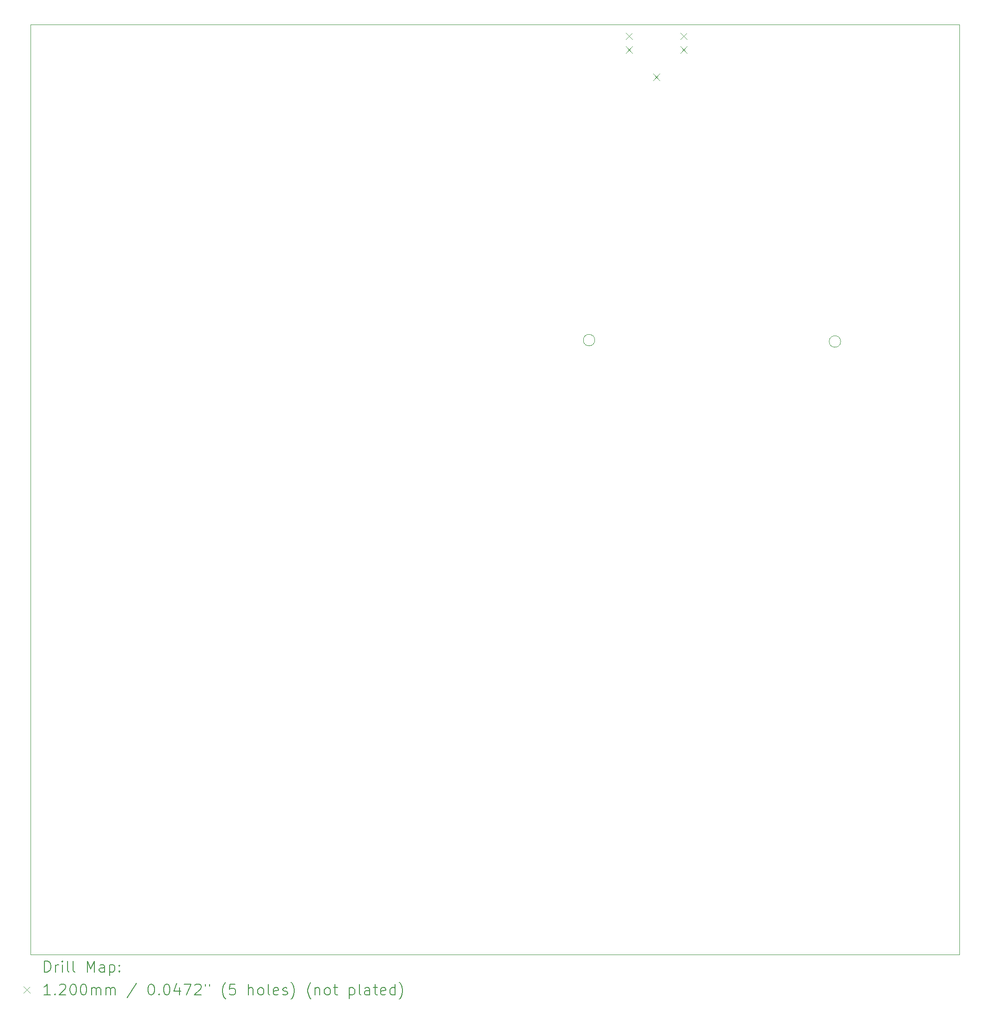
<source format=gbr>
%TF.GenerationSoftware,KiCad,Pcbnew,9.0.6*%
%TF.CreationDate,2026-01-15T01:14:31+00:00*%
%TF.ProjectId,EinsteinCE,45696e73-7465-4696-9e43-452e6b696361,rev?*%
%TF.SameCoordinates,Original*%
%TF.FileFunction,Drillmap*%
%TF.FilePolarity,Positive*%
%FSLAX45Y45*%
G04 Gerber Fmt 4.5, Leading zero omitted, Abs format (unit mm)*
G04 Created by KiCad (PCBNEW 9.0.6) date 2026-01-15 01:14:31*
%MOMM*%
%LPD*%
G01*
G04 APERTURE LIST*
%ADD10C,0.100000*%
%ADD11C,0.200000*%
%ADD12C,0.120000*%
G04 APERTURE END LIST*
D10*
X4776000Y-4418000D02*
X21776000Y-4418000D01*
X21776000Y-21428000D01*
X4776000Y-21428000D01*
X4776000Y-4418000D01*
X15103000Y-10189000D02*
G75*
G02*
X14893000Y-10189000I-105000J0D01*
G01*
X14893000Y-10189000D02*
G75*
G02*
X15103000Y-10189000I105000J0D01*
G01*
X19603000Y-10214000D02*
G75*
G02*
X19393000Y-10214000I-105000J0D01*
G01*
X19393000Y-10214000D02*
G75*
G02*
X19603000Y-10214000I105000J0D01*
G01*
D11*
D12*
X15669000Y-4568000D02*
X15789000Y-4688000D01*
X15789000Y-4568000D02*
X15669000Y-4688000D01*
X15669000Y-4818000D02*
X15789000Y-4938000D01*
X15789000Y-4818000D02*
X15669000Y-4938000D01*
X16169000Y-5318000D02*
X16289000Y-5438000D01*
X16289000Y-5318000D02*
X16169000Y-5438000D01*
X16669000Y-4568000D02*
X16789000Y-4688000D01*
X16789000Y-4568000D02*
X16669000Y-4688000D01*
X16669000Y-4818000D02*
X16789000Y-4938000D01*
X16789000Y-4818000D02*
X16669000Y-4938000D01*
D11*
X5031777Y-21744484D02*
X5031777Y-21544484D01*
X5031777Y-21544484D02*
X5079396Y-21544484D01*
X5079396Y-21544484D02*
X5107967Y-21554008D01*
X5107967Y-21554008D02*
X5127015Y-21573055D01*
X5127015Y-21573055D02*
X5136539Y-21592103D01*
X5136539Y-21592103D02*
X5146063Y-21630198D01*
X5146063Y-21630198D02*
X5146063Y-21658770D01*
X5146063Y-21658770D02*
X5136539Y-21696865D01*
X5136539Y-21696865D02*
X5127015Y-21715912D01*
X5127015Y-21715912D02*
X5107967Y-21734960D01*
X5107967Y-21734960D02*
X5079396Y-21744484D01*
X5079396Y-21744484D02*
X5031777Y-21744484D01*
X5231777Y-21744484D02*
X5231777Y-21611150D01*
X5231777Y-21649246D02*
X5241301Y-21630198D01*
X5241301Y-21630198D02*
X5250824Y-21620674D01*
X5250824Y-21620674D02*
X5269872Y-21611150D01*
X5269872Y-21611150D02*
X5288920Y-21611150D01*
X5355586Y-21744484D02*
X5355586Y-21611150D01*
X5355586Y-21544484D02*
X5346063Y-21554008D01*
X5346063Y-21554008D02*
X5355586Y-21563531D01*
X5355586Y-21563531D02*
X5365110Y-21554008D01*
X5365110Y-21554008D02*
X5355586Y-21544484D01*
X5355586Y-21544484D02*
X5355586Y-21563531D01*
X5479396Y-21744484D02*
X5460348Y-21734960D01*
X5460348Y-21734960D02*
X5450824Y-21715912D01*
X5450824Y-21715912D02*
X5450824Y-21544484D01*
X5584158Y-21744484D02*
X5565110Y-21734960D01*
X5565110Y-21734960D02*
X5555586Y-21715912D01*
X5555586Y-21715912D02*
X5555586Y-21544484D01*
X5812729Y-21744484D02*
X5812729Y-21544484D01*
X5812729Y-21544484D02*
X5879396Y-21687341D01*
X5879396Y-21687341D02*
X5946062Y-21544484D01*
X5946062Y-21544484D02*
X5946062Y-21744484D01*
X6127015Y-21744484D02*
X6127015Y-21639722D01*
X6127015Y-21639722D02*
X6117491Y-21620674D01*
X6117491Y-21620674D02*
X6098443Y-21611150D01*
X6098443Y-21611150D02*
X6060348Y-21611150D01*
X6060348Y-21611150D02*
X6041301Y-21620674D01*
X6127015Y-21734960D02*
X6107967Y-21744484D01*
X6107967Y-21744484D02*
X6060348Y-21744484D01*
X6060348Y-21744484D02*
X6041301Y-21734960D01*
X6041301Y-21734960D02*
X6031777Y-21715912D01*
X6031777Y-21715912D02*
X6031777Y-21696865D01*
X6031777Y-21696865D02*
X6041301Y-21677817D01*
X6041301Y-21677817D02*
X6060348Y-21668293D01*
X6060348Y-21668293D02*
X6107967Y-21668293D01*
X6107967Y-21668293D02*
X6127015Y-21658770D01*
X6222253Y-21611150D02*
X6222253Y-21811150D01*
X6222253Y-21620674D02*
X6241301Y-21611150D01*
X6241301Y-21611150D02*
X6279396Y-21611150D01*
X6279396Y-21611150D02*
X6298443Y-21620674D01*
X6298443Y-21620674D02*
X6307967Y-21630198D01*
X6307967Y-21630198D02*
X6317491Y-21649246D01*
X6317491Y-21649246D02*
X6317491Y-21706389D01*
X6317491Y-21706389D02*
X6307967Y-21725436D01*
X6307967Y-21725436D02*
X6298443Y-21734960D01*
X6298443Y-21734960D02*
X6279396Y-21744484D01*
X6279396Y-21744484D02*
X6241301Y-21744484D01*
X6241301Y-21744484D02*
X6222253Y-21734960D01*
X6403205Y-21725436D02*
X6412729Y-21734960D01*
X6412729Y-21734960D02*
X6403205Y-21744484D01*
X6403205Y-21744484D02*
X6393682Y-21734960D01*
X6393682Y-21734960D02*
X6403205Y-21725436D01*
X6403205Y-21725436D02*
X6403205Y-21744484D01*
X6403205Y-21620674D02*
X6412729Y-21630198D01*
X6412729Y-21630198D02*
X6403205Y-21639722D01*
X6403205Y-21639722D02*
X6393682Y-21630198D01*
X6393682Y-21630198D02*
X6403205Y-21620674D01*
X6403205Y-21620674D02*
X6403205Y-21639722D01*
D12*
X4651000Y-22013000D02*
X4771000Y-22133000D01*
X4771000Y-22013000D02*
X4651000Y-22133000D01*
D11*
X5136539Y-22164484D02*
X5022253Y-22164484D01*
X5079396Y-22164484D02*
X5079396Y-21964484D01*
X5079396Y-21964484D02*
X5060348Y-21993055D01*
X5060348Y-21993055D02*
X5041301Y-22012103D01*
X5041301Y-22012103D02*
X5022253Y-22021627D01*
X5222253Y-22145436D02*
X5231777Y-22154960D01*
X5231777Y-22154960D02*
X5222253Y-22164484D01*
X5222253Y-22164484D02*
X5212729Y-22154960D01*
X5212729Y-22154960D02*
X5222253Y-22145436D01*
X5222253Y-22145436D02*
X5222253Y-22164484D01*
X5307967Y-21983531D02*
X5317491Y-21974008D01*
X5317491Y-21974008D02*
X5336539Y-21964484D01*
X5336539Y-21964484D02*
X5384158Y-21964484D01*
X5384158Y-21964484D02*
X5403205Y-21974008D01*
X5403205Y-21974008D02*
X5412729Y-21983531D01*
X5412729Y-21983531D02*
X5422253Y-22002579D01*
X5422253Y-22002579D02*
X5422253Y-22021627D01*
X5422253Y-22021627D02*
X5412729Y-22050198D01*
X5412729Y-22050198D02*
X5298444Y-22164484D01*
X5298444Y-22164484D02*
X5422253Y-22164484D01*
X5546063Y-21964484D02*
X5565110Y-21964484D01*
X5565110Y-21964484D02*
X5584158Y-21974008D01*
X5584158Y-21974008D02*
X5593682Y-21983531D01*
X5593682Y-21983531D02*
X5603205Y-22002579D01*
X5603205Y-22002579D02*
X5612729Y-22040674D01*
X5612729Y-22040674D02*
X5612729Y-22088293D01*
X5612729Y-22088293D02*
X5603205Y-22126389D01*
X5603205Y-22126389D02*
X5593682Y-22145436D01*
X5593682Y-22145436D02*
X5584158Y-22154960D01*
X5584158Y-22154960D02*
X5565110Y-22164484D01*
X5565110Y-22164484D02*
X5546063Y-22164484D01*
X5546063Y-22164484D02*
X5527015Y-22154960D01*
X5527015Y-22154960D02*
X5517491Y-22145436D01*
X5517491Y-22145436D02*
X5507967Y-22126389D01*
X5507967Y-22126389D02*
X5498444Y-22088293D01*
X5498444Y-22088293D02*
X5498444Y-22040674D01*
X5498444Y-22040674D02*
X5507967Y-22002579D01*
X5507967Y-22002579D02*
X5517491Y-21983531D01*
X5517491Y-21983531D02*
X5527015Y-21974008D01*
X5527015Y-21974008D02*
X5546063Y-21964484D01*
X5736539Y-21964484D02*
X5755586Y-21964484D01*
X5755586Y-21964484D02*
X5774634Y-21974008D01*
X5774634Y-21974008D02*
X5784158Y-21983531D01*
X5784158Y-21983531D02*
X5793682Y-22002579D01*
X5793682Y-22002579D02*
X5803205Y-22040674D01*
X5803205Y-22040674D02*
X5803205Y-22088293D01*
X5803205Y-22088293D02*
X5793682Y-22126389D01*
X5793682Y-22126389D02*
X5784158Y-22145436D01*
X5784158Y-22145436D02*
X5774634Y-22154960D01*
X5774634Y-22154960D02*
X5755586Y-22164484D01*
X5755586Y-22164484D02*
X5736539Y-22164484D01*
X5736539Y-22164484D02*
X5717491Y-22154960D01*
X5717491Y-22154960D02*
X5707967Y-22145436D01*
X5707967Y-22145436D02*
X5698443Y-22126389D01*
X5698443Y-22126389D02*
X5688920Y-22088293D01*
X5688920Y-22088293D02*
X5688920Y-22040674D01*
X5688920Y-22040674D02*
X5698443Y-22002579D01*
X5698443Y-22002579D02*
X5707967Y-21983531D01*
X5707967Y-21983531D02*
X5717491Y-21974008D01*
X5717491Y-21974008D02*
X5736539Y-21964484D01*
X5888920Y-22164484D02*
X5888920Y-22031150D01*
X5888920Y-22050198D02*
X5898443Y-22040674D01*
X5898443Y-22040674D02*
X5917491Y-22031150D01*
X5917491Y-22031150D02*
X5946063Y-22031150D01*
X5946063Y-22031150D02*
X5965110Y-22040674D01*
X5965110Y-22040674D02*
X5974634Y-22059722D01*
X5974634Y-22059722D02*
X5974634Y-22164484D01*
X5974634Y-22059722D02*
X5984158Y-22040674D01*
X5984158Y-22040674D02*
X6003205Y-22031150D01*
X6003205Y-22031150D02*
X6031777Y-22031150D01*
X6031777Y-22031150D02*
X6050824Y-22040674D01*
X6050824Y-22040674D02*
X6060348Y-22059722D01*
X6060348Y-22059722D02*
X6060348Y-22164484D01*
X6155586Y-22164484D02*
X6155586Y-22031150D01*
X6155586Y-22050198D02*
X6165110Y-22040674D01*
X6165110Y-22040674D02*
X6184158Y-22031150D01*
X6184158Y-22031150D02*
X6212729Y-22031150D01*
X6212729Y-22031150D02*
X6231777Y-22040674D01*
X6231777Y-22040674D02*
X6241301Y-22059722D01*
X6241301Y-22059722D02*
X6241301Y-22164484D01*
X6241301Y-22059722D02*
X6250824Y-22040674D01*
X6250824Y-22040674D02*
X6269872Y-22031150D01*
X6269872Y-22031150D02*
X6298443Y-22031150D01*
X6298443Y-22031150D02*
X6317491Y-22040674D01*
X6317491Y-22040674D02*
X6327015Y-22059722D01*
X6327015Y-22059722D02*
X6327015Y-22164484D01*
X6717491Y-21954960D02*
X6546063Y-22212103D01*
X6974634Y-21964484D02*
X6993682Y-21964484D01*
X6993682Y-21964484D02*
X7012729Y-21974008D01*
X7012729Y-21974008D02*
X7022253Y-21983531D01*
X7022253Y-21983531D02*
X7031777Y-22002579D01*
X7031777Y-22002579D02*
X7041301Y-22040674D01*
X7041301Y-22040674D02*
X7041301Y-22088293D01*
X7041301Y-22088293D02*
X7031777Y-22126389D01*
X7031777Y-22126389D02*
X7022253Y-22145436D01*
X7022253Y-22145436D02*
X7012729Y-22154960D01*
X7012729Y-22154960D02*
X6993682Y-22164484D01*
X6993682Y-22164484D02*
X6974634Y-22164484D01*
X6974634Y-22164484D02*
X6955586Y-22154960D01*
X6955586Y-22154960D02*
X6946063Y-22145436D01*
X6946063Y-22145436D02*
X6936539Y-22126389D01*
X6936539Y-22126389D02*
X6927015Y-22088293D01*
X6927015Y-22088293D02*
X6927015Y-22040674D01*
X6927015Y-22040674D02*
X6936539Y-22002579D01*
X6936539Y-22002579D02*
X6946063Y-21983531D01*
X6946063Y-21983531D02*
X6955586Y-21974008D01*
X6955586Y-21974008D02*
X6974634Y-21964484D01*
X7127015Y-22145436D02*
X7136539Y-22154960D01*
X7136539Y-22154960D02*
X7127015Y-22164484D01*
X7127015Y-22164484D02*
X7117491Y-22154960D01*
X7117491Y-22154960D02*
X7127015Y-22145436D01*
X7127015Y-22145436D02*
X7127015Y-22164484D01*
X7260348Y-21964484D02*
X7279396Y-21964484D01*
X7279396Y-21964484D02*
X7298444Y-21974008D01*
X7298444Y-21974008D02*
X7307967Y-21983531D01*
X7307967Y-21983531D02*
X7317491Y-22002579D01*
X7317491Y-22002579D02*
X7327015Y-22040674D01*
X7327015Y-22040674D02*
X7327015Y-22088293D01*
X7327015Y-22088293D02*
X7317491Y-22126389D01*
X7317491Y-22126389D02*
X7307967Y-22145436D01*
X7307967Y-22145436D02*
X7298444Y-22154960D01*
X7298444Y-22154960D02*
X7279396Y-22164484D01*
X7279396Y-22164484D02*
X7260348Y-22164484D01*
X7260348Y-22164484D02*
X7241301Y-22154960D01*
X7241301Y-22154960D02*
X7231777Y-22145436D01*
X7231777Y-22145436D02*
X7222253Y-22126389D01*
X7222253Y-22126389D02*
X7212729Y-22088293D01*
X7212729Y-22088293D02*
X7212729Y-22040674D01*
X7212729Y-22040674D02*
X7222253Y-22002579D01*
X7222253Y-22002579D02*
X7231777Y-21983531D01*
X7231777Y-21983531D02*
X7241301Y-21974008D01*
X7241301Y-21974008D02*
X7260348Y-21964484D01*
X7498444Y-22031150D02*
X7498444Y-22164484D01*
X7450825Y-21954960D02*
X7403206Y-22097817D01*
X7403206Y-22097817D02*
X7527015Y-22097817D01*
X7584158Y-21964484D02*
X7717491Y-21964484D01*
X7717491Y-21964484D02*
X7631777Y-22164484D01*
X7784158Y-21983531D02*
X7793682Y-21974008D01*
X7793682Y-21974008D02*
X7812729Y-21964484D01*
X7812729Y-21964484D02*
X7860348Y-21964484D01*
X7860348Y-21964484D02*
X7879396Y-21974008D01*
X7879396Y-21974008D02*
X7888920Y-21983531D01*
X7888920Y-21983531D02*
X7898444Y-22002579D01*
X7898444Y-22002579D02*
X7898444Y-22021627D01*
X7898444Y-22021627D02*
X7888920Y-22050198D01*
X7888920Y-22050198D02*
X7774634Y-22164484D01*
X7774634Y-22164484D02*
X7898444Y-22164484D01*
X7974634Y-21964484D02*
X7974634Y-22002579D01*
X8050825Y-21964484D02*
X8050825Y-22002579D01*
X8346063Y-22240674D02*
X8336539Y-22231150D01*
X8336539Y-22231150D02*
X8317491Y-22202579D01*
X8317491Y-22202579D02*
X8307968Y-22183531D01*
X8307968Y-22183531D02*
X8298444Y-22154960D01*
X8298444Y-22154960D02*
X8288920Y-22107341D01*
X8288920Y-22107341D02*
X8288920Y-22069246D01*
X8288920Y-22069246D02*
X8298444Y-22021627D01*
X8298444Y-22021627D02*
X8307968Y-21993055D01*
X8307968Y-21993055D02*
X8317491Y-21974008D01*
X8317491Y-21974008D02*
X8336539Y-21945436D01*
X8336539Y-21945436D02*
X8346063Y-21935912D01*
X8517491Y-21964484D02*
X8422253Y-21964484D01*
X8422253Y-21964484D02*
X8412730Y-22059722D01*
X8412730Y-22059722D02*
X8422253Y-22050198D01*
X8422253Y-22050198D02*
X8441301Y-22040674D01*
X8441301Y-22040674D02*
X8488920Y-22040674D01*
X8488920Y-22040674D02*
X8507968Y-22050198D01*
X8507968Y-22050198D02*
X8517491Y-22059722D01*
X8517491Y-22059722D02*
X8527015Y-22078770D01*
X8527015Y-22078770D02*
X8527015Y-22126389D01*
X8527015Y-22126389D02*
X8517491Y-22145436D01*
X8517491Y-22145436D02*
X8507968Y-22154960D01*
X8507968Y-22154960D02*
X8488920Y-22164484D01*
X8488920Y-22164484D02*
X8441301Y-22164484D01*
X8441301Y-22164484D02*
X8422253Y-22154960D01*
X8422253Y-22154960D02*
X8412730Y-22145436D01*
X8765111Y-22164484D02*
X8765111Y-21964484D01*
X8850825Y-22164484D02*
X8850825Y-22059722D01*
X8850825Y-22059722D02*
X8841301Y-22040674D01*
X8841301Y-22040674D02*
X8822253Y-22031150D01*
X8822253Y-22031150D02*
X8793682Y-22031150D01*
X8793682Y-22031150D02*
X8774634Y-22040674D01*
X8774634Y-22040674D02*
X8765111Y-22050198D01*
X8974634Y-22164484D02*
X8955587Y-22154960D01*
X8955587Y-22154960D02*
X8946063Y-22145436D01*
X8946063Y-22145436D02*
X8936539Y-22126389D01*
X8936539Y-22126389D02*
X8936539Y-22069246D01*
X8936539Y-22069246D02*
X8946063Y-22050198D01*
X8946063Y-22050198D02*
X8955587Y-22040674D01*
X8955587Y-22040674D02*
X8974634Y-22031150D01*
X8974634Y-22031150D02*
X9003206Y-22031150D01*
X9003206Y-22031150D02*
X9022253Y-22040674D01*
X9022253Y-22040674D02*
X9031777Y-22050198D01*
X9031777Y-22050198D02*
X9041301Y-22069246D01*
X9041301Y-22069246D02*
X9041301Y-22126389D01*
X9041301Y-22126389D02*
X9031777Y-22145436D01*
X9031777Y-22145436D02*
X9022253Y-22154960D01*
X9022253Y-22154960D02*
X9003206Y-22164484D01*
X9003206Y-22164484D02*
X8974634Y-22164484D01*
X9155587Y-22164484D02*
X9136539Y-22154960D01*
X9136539Y-22154960D02*
X9127015Y-22135912D01*
X9127015Y-22135912D02*
X9127015Y-21964484D01*
X9307968Y-22154960D02*
X9288920Y-22164484D01*
X9288920Y-22164484D02*
X9250825Y-22164484D01*
X9250825Y-22164484D02*
X9231777Y-22154960D01*
X9231777Y-22154960D02*
X9222253Y-22135912D01*
X9222253Y-22135912D02*
X9222253Y-22059722D01*
X9222253Y-22059722D02*
X9231777Y-22040674D01*
X9231777Y-22040674D02*
X9250825Y-22031150D01*
X9250825Y-22031150D02*
X9288920Y-22031150D01*
X9288920Y-22031150D02*
X9307968Y-22040674D01*
X9307968Y-22040674D02*
X9317492Y-22059722D01*
X9317492Y-22059722D02*
X9317492Y-22078770D01*
X9317492Y-22078770D02*
X9222253Y-22097817D01*
X9393682Y-22154960D02*
X9412730Y-22164484D01*
X9412730Y-22164484D02*
X9450825Y-22164484D01*
X9450825Y-22164484D02*
X9469873Y-22154960D01*
X9469873Y-22154960D02*
X9479396Y-22135912D01*
X9479396Y-22135912D02*
X9479396Y-22126389D01*
X9479396Y-22126389D02*
X9469873Y-22107341D01*
X9469873Y-22107341D02*
X9450825Y-22097817D01*
X9450825Y-22097817D02*
X9422253Y-22097817D01*
X9422253Y-22097817D02*
X9403206Y-22088293D01*
X9403206Y-22088293D02*
X9393682Y-22069246D01*
X9393682Y-22069246D02*
X9393682Y-22059722D01*
X9393682Y-22059722D02*
X9403206Y-22040674D01*
X9403206Y-22040674D02*
X9422253Y-22031150D01*
X9422253Y-22031150D02*
X9450825Y-22031150D01*
X9450825Y-22031150D02*
X9469873Y-22040674D01*
X9546063Y-22240674D02*
X9555587Y-22231150D01*
X9555587Y-22231150D02*
X9574634Y-22202579D01*
X9574634Y-22202579D02*
X9584158Y-22183531D01*
X9584158Y-22183531D02*
X9593682Y-22154960D01*
X9593682Y-22154960D02*
X9603206Y-22107341D01*
X9603206Y-22107341D02*
X9603206Y-22069246D01*
X9603206Y-22069246D02*
X9593682Y-22021627D01*
X9593682Y-22021627D02*
X9584158Y-21993055D01*
X9584158Y-21993055D02*
X9574634Y-21974008D01*
X9574634Y-21974008D02*
X9555587Y-21945436D01*
X9555587Y-21945436D02*
X9546063Y-21935912D01*
X9907968Y-22240674D02*
X9898444Y-22231150D01*
X9898444Y-22231150D02*
X9879396Y-22202579D01*
X9879396Y-22202579D02*
X9869873Y-22183531D01*
X9869873Y-22183531D02*
X9860349Y-22154960D01*
X9860349Y-22154960D02*
X9850825Y-22107341D01*
X9850825Y-22107341D02*
X9850825Y-22069246D01*
X9850825Y-22069246D02*
X9860349Y-22021627D01*
X9860349Y-22021627D02*
X9869873Y-21993055D01*
X9869873Y-21993055D02*
X9879396Y-21974008D01*
X9879396Y-21974008D02*
X9898444Y-21945436D01*
X9898444Y-21945436D02*
X9907968Y-21935912D01*
X9984158Y-22031150D02*
X9984158Y-22164484D01*
X9984158Y-22050198D02*
X9993682Y-22040674D01*
X9993682Y-22040674D02*
X10012730Y-22031150D01*
X10012730Y-22031150D02*
X10041301Y-22031150D01*
X10041301Y-22031150D02*
X10060349Y-22040674D01*
X10060349Y-22040674D02*
X10069873Y-22059722D01*
X10069873Y-22059722D02*
X10069873Y-22164484D01*
X10193682Y-22164484D02*
X10174634Y-22154960D01*
X10174634Y-22154960D02*
X10165111Y-22145436D01*
X10165111Y-22145436D02*
X10155587Y-22126389D01*
X10155587Y-22126389D02*
X10155587Y-22069246D01*
X10155587Y-22069246D02*
X10165111Y-22050198D01*
X10165111Y-22050198D02*
X10174634Y-22040674D01*
X10174634Y-22040674D02*
X10193682Y-22031150D01*
X10193682Y-22031150D02*
X10222254Y-22031150D01*
X10222254Y-22031150D02*
X10241301Y-22040674D01*
X10241301Y-22040674D02*
X10250825Y-22050198D01*
X10250825Y-22050198D02*
X10260349Y-22069246D01*
X10260349Y-22069246D02*
X10260349Y-22126389D01*
X10260349Y-22126389D02*
X10250825Y-22145436D01*
X10250825Y-22145436D02*
X10241301Y-22154960D01*
X10241301Y-22154960D02*
X10222254Y-22164484D01*
X10222254Y-22164484D02*
X10193682Y-22164484D01*
X10317492Y-22031150D02*
X10393682Y-22031150D01*
X10346063Y-21964484D02*
X10346063Y-22135912D01*
X10346063Y-22135912D02*
X10355587Y-22154960D01*
X10355587Y-22154960D02*
X10374634Y-22164484D01*
X10374634Y-22164484D02*
X10393682Y-22164484D01*
X10612730Y-22031150D02*
X10612730Y-22231150D01*
X10612730Y-22040674D02*
X10631777Y-22031150D01*
X10631777Y-22031150D02*
X10669873Y-22031150D01*
X10669873Y-22031150D02*
X10688920Y-22040674D01*
X10688920Y-22040674D02*
X10698444Y-22050198D01*
X10698444Y-22050198D02*
X10707968Y-22069246D01*
X10707968Y-22069246D02*
X10707968Y-22126389D01*
X10707968Y-22126389D02*
X10698444Y-22145436D01*
X10698444Y-22145436D02*
X10688920Y-22154960D01*
X10688920Y-22154960D02*
X10669873Y-22164484D01*
X10669873Y-22164484D02*
X10631777Y-22164484D01*
X10631777Y-22164484D02*
X10612730Y-22154960D01*
X10822254Y-22164484D02*
X10803206Y-22154960D01*
X10803206Y-22154960D02*
X10793682Y-22135912D01*
X10793682Y-22135912D02*
X10793682Y-21964484D01*
X10984158Y-22164484D02*
X10984158Y-22059722D01*
X10984158Y-22059722D02*
X10974635Y-22040674D01*
X10974635Y-22040674D02*
X10955587Y-22031150D01*
X10955587Y-22031150D02*
X10917492Y-22031150D01*
X10917492Y-22031150D02*
X10898444Y-22040674D01*
X10984158Y-22154960D02*
X10965111Y-22164484D01*
X10965111Y-22164484D02*
X10917492Y-22164484D01*
X10917492Y-22164484D02*
X10898444Y-22154960D01*
X10898444Y-22154960D02*
X10888920Y-22135912D01*
X10888920Y-22135912D02*
X10888920Y-22116865D01*
X10888920Y-22116865D02*
X10898444Y-22097817D01*
X10898444Y-22097817D02*
X10917492Y-22088293D01*
X10917492Y-22088293D02*
X10965111Y-22088293D01*
X10965111Y-22088293D02*
X10984158Y-22078770D01*
X11050825Y-22031150D02*
X11127015Y-22031150D01*
X11079396Y-21964484D02*
X11079396Y-22135912D01*
X11079396Y-22135912D02*
X11088920Y-22154960D01*
X11088920Y-22154960D02*
X11107968Y-22164484D01*
X11107968Y-22164484D02*
X11127015Y-22164484D01*
X11269873Y-22154960D02*
X11250825Y-22164484D01*
X11250825Y-22164484D02*
X11212730Y-22164484D01*
X11212730Y-22164484D02*
X11193682Y-22154960D01*
X11193682Y-22154960D02*
X11184158Y-22135912D01*
X11184158Y-22135912D02*
X11184158Y-22059722D01*
X11184158Y-22059722D02*
X11193682Y-22040674D01*
X11193682Y-22040674D02*
X11212730Y-22031150D01*
X11212730Y-22031150D02*
X11250825Y-22031150D01*
X11250825Y-22031150D02*
X11269873Y-22040674D01*
X11269873Y-22040674D02*
X11279396Y-22059722D01*
X11279396Y-22059722D02*
X11279396Y-22078770D01*
X11279396Y-22078770D02*
X11184158Y-22097817D01*
X11450825Y-22164484D02*
X11450825Y-21964484D01*
X11450825Y-22154960D02*
X11431777Y-22164484D01*
X11431777Y-22164484D02*
X11393682Y-22164484D01*
X11393682Y-22164484D02*
X11374634Y-22154960D01*
X11374634Y-22154960D02*
X11365111Y-22145436D01*
X11365111Y-22145436D02*
X11355587Y-22126389D01*
X11355587Y-22126389D02*
X11355587Y-22069246D01*
X11355587Y-22069246D02*
X11365111Y-22050198D01*
X11365111Y-22050198D02*
X11374634Y-22040674D01*
X11374634Y-22040674D02*
X11393682Y-22031150D01*
X11393682Y-22031150D02*
X11431777Y-22031150D01*
X11431777Y-22031150D02*
X11450825Y-22040674D01*
X11527015Y-22240674D02*
X11536539Y-22231150D01*
X11536539Y-22231150D02*
X11555587Y-22202579D01*
X11555587Y-22202579D02*
X11565111Y-22183531D01*
X11565111Y-22183531D02*
X11574634Y-22154960D01*
X11574634Y-22154960D02*
X11584158Y-22107341D01*
X11584158Y-22107341D02*
X11584158Y-22069246D01*
X11584158Y-22069246D02*
X11574634Y-22021627D01*
X11574634Y-22021627D02*
X11565111Y-21993055D01*
X11565111Y-21993055D02*
X11555587Y-21974008D01*
X11555587Y-21974008D02*
X11536539Y-21945436D01*
X11536539Y-21945436D02*
X11527015Y-21935912D01*
M02*

</source>
